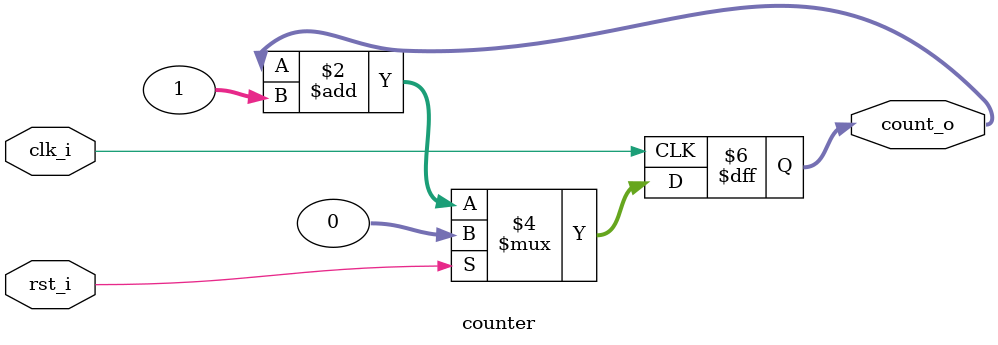
<source format=v>
/*********************************************************************************
* counter.v
* 
* Description: simple up-counter
* 
* Inputs:
*   - clk_i: works at rising_edge
*   - rst_i: synchronous high-level reset
*
* Outputs:
*   - count_o[31:0]
*********************************************************************************/

// Language: Verilog 2001

`resetall
`timescale 1ns / 1ps
`default_nettype none

/**********************************************************************************
 * Includes
**********************************************************************************/

`include "utils.v"

/**********************************************************************************
 * Module declaration
**********************************************************************************/

module counter #( 
    parameter DATA_WIDTH = 32
)(
    input  wire                   clk_i  ,
    input  wire                   rst_i  ,
    output reg [DATA_WIDTH-1:0]   count_o
);

/**********************************************************************************
 * Module implementation
**********************************************************************************/

always @(posedge clk_i) begin
    if (rst_i) begin
        count_o <= 0;  // Reset the counter to 0
    end else begin
        count_o <= count_o + 1;  // Increment the counter on each clock edge
    end
end

endmodule

</source>
